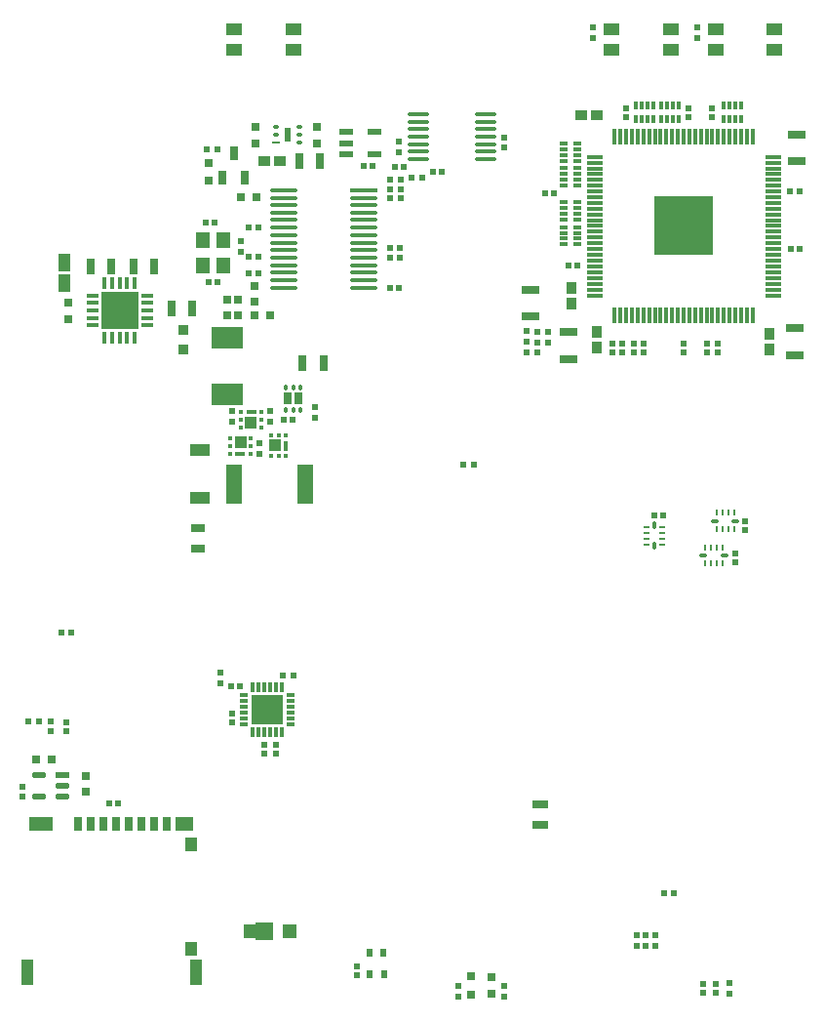
<source format=gbp>
%FSTAX23Y23*%
%MOIN*%
%SFA1B1*%

%IPPOS*%
%AMD26*
4,1,8,0.008300,0.009800,-0.008300,0.009800,-0.010800,0.007300,-0.010800,-0.007300,-0.008300,-0.009800,0.008300,-0.009800,0.010800,-0.007300,0.010800,0.007300,0.008300,0.009800,0.0*
1,1,0.005000,0.008300,0.007300*
1,1,0.005000,-0.008300,0.007300*
1,1,0.005000,-0.008300,-0.007300*
1,1,0.005000,0.008300,-0.007300*
%
%AMD36*
4,1,8,0.013000,-0.011600,0.013000,0.011600,0.009700,0.014900,-0.009700,0.014900,-0.013000,0.011600,-0.013000,-0.011600,-0.009700,-0.014900,0.009700,-0.014900,0.013000,-0.011600,0.0*
1,1,0.006600,0.009700,-0.011600*
1,1,0.006600,0.009700,0.011600*
1,1,0.006600,-0.009700,0.011600*
1,1,0.006600,-0.009700,-0.011600*
%
%AMD37*
4,1,8,-0.014900,0.021900,-0.014900,-0.021900,-0.011200,-0.025600,0.011200,-0.025600,0.014900,-0.021900,0.014900,0.021900,0.011200,0.025600,-0.011200,0.025600,-0.014900,0.021900,0.0*
1,1,0.007400,-0.011200,0.021900*
1,1,0.007400,-0.011200,-0.021900*
1,1,0.007400,0.011200,-0.021900*
1,1,0.007400,0.011200,0.021900*
%
%AMD38*
4,1,8,0.011600,0.013000,-0.011600,0.013000,-0.014900,0.009700,-0.014900,-0.009700,-0.011600,-0.013000,0.011600,-0.013000,0.014900,-0.009700,0.014900,0.009700,0.011600,0.013000,0.0*
1,1,0.006600,0.011600,0.009700*
1,1,0.006600,-0.011600,0.009700*
1,1,0.006600,-0.011600,-0.009700*
1,1,0.006600,0.011600,-0.009700*
%
%AMD65*
4,1,8,-0.021900,-0.014900,0.021900,-0.014900,0.025600,-0.011200,0.025600,0.011200,0.021900,0.014900,-0.021900,0.014900,-0.025600,0.011200,-0.025600,-0.011200,-0.021900,-0.014900,0.0*
1,1,0.007400,-0.021900,-0.011200*
1,1,0.007400,0.021900,-0.011200*
1,1,0.007400,0.021900,0.011200*
1,1,0.007400,-0.021900,0.011200*
%
%AMD70*
4,1,8,0.009800,-0.008300,0.009800,0.008300,0.007300,0.010800,-0.007300,0.010800,-0.009800,0.008300,-0.009800,-0.008300,-0.007300,-0.010800,0.007300,-0.010800,0.009800,-0.008300,0.0*
1,1,0.005000,0.007300,-0.008300*
1,1,0.005000,0.007300,0.008300*
1,1,0.005000,-0.007300,0.008300*
1,1,0.005000,-0.007300,-0.008300*
%
%AMD86*
4,1,8,0.011800,-0.004000,0.011800,0.004000,0.009900,0.005900,-0.009900,0.005900,-0.011800,0.004000,-0.011800,-0.004000,-0.009900,-0.005900,0.009900,-0.005900,0.011800,-0.004000,0.0*
1,1,0.003800,0.009900,-0.004000*
1,1,0.003800,0.009900,0.004000*
1,1,0.003800,-0.009900,0.004000*
1,1,0.003800,-0.009900,-0.004000*
%
%AMD87*
4,1,8,0.001900,0.010800,-0.001900,0.010800,-0.003900,0.008800,-0.003900,-0.008800,-0.001900,-0.010800,0.001900,-0.010800,0.003900,-0.008800,0.003900,0.008800,0.001900,0.010800,0.0*
1,1,0.004000,0.001900,0.008800*
1,1,0.004000,-0.001900,0.008800*
1,1,0.004000,-0.001900,-0.008800*
1,1,0.004000,0.001900,-0.008800*
%
%AMD228*
4,1,8,-0.038400,-0.007800,0.038400,-0.007800,0.046300,0.000000,0.046300,0.000000,0.038400,0.007800,-0.038400,0.007800,-0.046300,0.000000,-0.046300,0.000000,-0.038400,-0.007800,0.0*
1,1,0.015800,-0.038400,0.000000*
1,1,0.015800,0.038400,0.000000*
1,1,0.015800,0.038400,0.000000*
1,1,0.015800,-0.038400,0.000000*
%
%AMD261*
4,1,8,0.007100,0.005700,-0.007100,0.005700,-0.012900,0.000000,-0.012900,0.000000,-0.007100,-0.005700,0.007100,-0.005700,0.012900,0.000000,0.012900,0.000000,0.007100,0.005700,0.0*
1,1,0.011600,0.007100,0.000000*
1,1,0.011600,-0.007100,0.000000*
1,1,0.011600,-0.007100,0.000000*
1,1,0.011600,0.007100,0.000000*
%
%AMD265*
4,1,8,-0.004000,-0.011800,0.004000,-0.011800,0.005900,-0.009900,0.005900,0.009900,0.004000,0.011800,-0.004000,0.011800,-0.005900,0.009900,-0.005900,-0.009900,-0.004000,-0.011800,0.0*
1,1,0.003800,-0.004000,-0.009900*
1,1,0.003800,0.004000,-0.009900*
1,1,0.003800,0.004000,0.009900*
1,1,0.003800,-0.004000,0.009900*
%
%AMD267*
4,1,8,0.004000,0.008800,-0.004000,0.008800,-0.005900,0.006900,-0.005900,-0.006900,-0.004000,-0.008800,0.004000,-0.008800,0.005900,-0.006900,0.005900,0.006900,0.004000,0.008800,0.0*
1,1,0.003800,0.004000,0.006900*
1,1,0.003800,-0.004000,0.006900*
1,1,0.003800,-0.004000,-0.006900*
1,1,0.003800,0.004000,-0.006900*
%
%AMD270*
4,1,8,-0.010800,0.001900,-0.010800,-0.001900,-0.008800,-0.003900,0.008800,-0.003900,0.010800,-0.001900,0.010800,0.001900,0.008800,0.003900,-0.008800,0.003900,-0.010800,0.001900,0.0*
1,1,0.004000,-0.008800,0.001900*
1,1,0.004000,-0.008800,-0.001900*
1,1,0.004000,0.008800,-0.001900*
1,1,0.004000,0.008800,0.001900*
%
%AMD278*
4,1,8,-0.012400,-0.011600,0.012400,-0.011600,0.024000,0.000000,0.024000,0.000000,0.012400,0.011600,-0.012400,0.011600,-0.024000,0.000000,-0.024000,0.000000,-0.012400,-0.011600,0.0*
1,1,0.023200,-0.012400,0.000000*
1,1,0.023200,0.012400,0.000000*
1,1,0.023200,0.012400,0.000000*
1,1,0.023200,-0.012400,0.000000*
%
%AMD333*
4,1,8,-0.013800,0.017800,-0.013800,-0.017800,-0.011900,-0.019700,0.011900,-0.019700,0.013800,-0.017800,0.013800,0.017800,0.011900,0.019700,-0.011900,0.019700,-0.013800,0.017800,0.0*
1,1,0.003800,-0.011900,0.017800*
1,1,0.003800,-0.011900,-0.017800*
1,1,0.003800,0.011900,-0.017800*
1,1,0.003800,0.011900,0.017800*
%
G04~CAMADD=26~8~0.0~0.0~217.0~197.0~25.0~0.0~15~0.0~0.0~0.0~0.0~0~0.0~0.0~0.0~0.0~0~0.0~0.0~0.0~0.0~217.0~197.0*
%ADD26D26*%
%ADD30R,0.022800X0.021300*%
%ADD34R,0.021300X0.022800*%
G04~CAMADD=36~8~0.0~0.0~299.0~260.0~33.0~0.0~15~0.0~0.0~0.0~0.0~0~0.0~0.0~0.0~0.0~0~0.0~0.0~0.0~270.0~260.0~298.0*
%ADD36D36*%
G04~CAMADD=37~8~0.0~0.0~512.0~299.0~37.0~0.0~15~0.0~0.0~0.0~0.0~0~0.0~0.0~0.0~0.0~0~0.0~0.0~0.0~90.0~298.0~512.0*
%ADD37D37*%
G04~CAMADD=38~8~0.0~0.0~299.0~260.0~33.0~0.0~15~0.0~0.0~0.0~0.0~0~0.0~0.0~0.0~0.0~0~0.0~0.0~0.0~0.0~299.0~260.0*
%ADD38D38*%
G04~CAMADD=65~8~0.0~0.0~512.0~299.0~37.0~0.0~15~0.0~0.0~0.0~0.0~0~0.0~0.0~0.0~0.0~0~0.0~0.0~0.0~180.0~512.0~298.0*
%ADD65D65*%
%ADD66R,0.037700X0.043500*%
G04~CAMADD=70~8~0.0~0.0~217.0~197.0~25.0~0.0~15~0.0~0.0~0.0~0.0~0~0.0~0.0~0.0~0.0~0~0.0~0.0~0.0~270.0~196.0~216.0*
%ADD70D70*%
%ADD81R,0.047200X0.023600*%
%ADD85R,0.043500X0.037700*%
G04~CAMADD=86~8~0.0~0.0~118.0~236.0~19.0~0.0~15~0.0~0.0~0.0~0.0~0~0.0~0.0~0.0~0.0~0~0.0~0.0~0.0~270.0~236.0~118.0*
%ADD86D86*%
G04~CAMADD=87~8~0.0~0.0~79.0~217.0~20.0~0.0~15~0.0~0.0~0.0~0.0~0~0.0~0.0~0.0~0.0~0~0.0~0.0~0.0~0.0~79.0~217.0*
%ADD87D87*%
%ADD90R,0.033500X0.033500*%
%ADD226R,0.021300X0.022800*%
%ADD227R,0.022800X0.021300*%
G04~CAMADD=228~8~0.0~0.0~926.0~157.0~79.0~0.0~15~0.0~0.0~0.0~0.0~0~0.0~0.0~0.0~0.0~0~0.0~0.0~0.0~180.0~925.0~156.0*
%ADD228D228*%
%ADD229R,0.092600X0.015700*%
%ADD230R,0.051200X0.029900*%
%ADD231R,0.061000X0.025600*%
%ADD232R,0.037400X0.013800*%
%ADD233R,0.044300X0.041300*%
%ADD234R,0.011800X0.013800*%
%ADD235R,0.021700X0.019700*%
%ADD236R,0.013800X0.011800*%
%ADD237R,0.041300X0.044300*%
%ADD238R,0.013800X0.037400*%
%ADD239R,0.109800X0.075000*%
%ADD240R,0.039400X0.047200*%
%ADD241R,0.045300X0.047200*%
%ADD242R,0.061000X0.059100*%
%ADD243R,0.106300X0.102400*%
%ADD244R,0.013800X0.033500*%
%ADD245R,0.031500X0.013800*%
%ADD246R,0.057100X0.039400*%
%ADD247R,0.011800X0.058100*%
%ADD248R,0.058100X0.011800*%
%ADD249R,0.204700X0.204700*%
%ADD250R,0.031500X0.045700*%
%ADD251R,0.039400X0.086600*%
%ADD252R,0.078700X0.045700*%
%ADD253R,0.063000X0.045700*%
%ADD254R,0.041300X0.049200*%
%ADD255R,0.067700X0.044100*%
%ADD256R,0.041300X0.059100*%
%ADD257R,0.041300X0.013800*%
%ADD258R,0.013800X0.041300*%
%ADD259R,0.128000X0.128000*%
%ADD260R,0.047200X0.055100*%
G04~CAMADD=261~8~0.0~0.0~258.0~115.0~58.0~0.0~15~0.0~0.0~0.0~0.0~0~0.0~0.0~0.0~0.0~0~0.0~0.0~0.0~0.0~258.0~115.0*
%ADD261D261*%
%ADD262O,0.078700X0.013800*%
%ADD263R,0.019700X0.029500*%
%ADD264R,0.025800X0.011500*%
G04~CAMADD=265~8~0.0~0.0~118.0~236.0~19.0~0.0~15~0.0~0.0~0.0~0.0~0~0.0~0.0~0.0~0.0~0~0.0~0.0~0.0~180.0~118.0~236.0*
%ADD265D265*%
%ADD266R,0.031500X0.031500*%
G04~CAMADD=267~8~0.0~0.0~118.0~177.0~19.0~0.0~15~0.0~0.0~0.0~0.0~0~0.0~0.0~0.0~0.0~0~0.0~0.0~0.0~0.0~118.0~177.0*
%ADD267D267*%
%ADD268R,0.025600X0.011800*%
%ADD269R,0.011800X0.025600*%
G04~CAMADD=270~8~0.0~0.0~79.0~217.0~20.0~0.0~15~0.0~0.0~0.0~0.0~0~0.0~0.0~0.0~0.0~0~0.0~0.0~0.0~90.0~216.0~78.0*
%ADD270D270*%
%ADD273R,0.025600X0.047200*%
%ADD274R,0.057100X0.137800*%
%ADD275R,0.023600X0.029500*%
%ADD276R,0.028200X0.026500*%
%ADD277R,0.048000X0.023200*%
G04~CAMADD=278~8~0.0~0.0~480.0~232.0~116.0~0.0~15~0.0~0.0~0.0~0.0~0~0.0~0.0~0.0~0.0~0~0.0~0.0~0.0~180.0~480.0~232.0*
%ADD278D278*%
G04~CAMADD=333~8~0.0~0.0~394.0~276.0~19.0~0.0~15~0.0~0.0~0.0~0.0~0~0.0~0.0~0.0~0.0~0~0.0~0.0~0.0~90.0~276.0~394.0*
%ADD333D333*%
%ADD334R,0.024200X0.047900*%
%LNmain_board-1*%
%LPD*%
G54D26*
X03731Y04077D03*
Y04042D03*
X03119Y02229D03*
Y02264D03*
X04167Y03394D03*
Y0343D03*
X04543Y01332D03*
Y01368D03*
X02538Y02064D03*
Y02099D03*
X04606Y01332D03*
Y01368D03*
X04574Y01332D03*
Y01368D03*
X04858Y01204D03*
Y01169D03*
X03189Y03701D03*
Y03737D03*
X04748Y04433D03*
X02444Y01876D03*
X03288Y03158D03*
Y03123D03*
X03933Y01194D03*
X04748Y04468D03*
X0409Y01194D03*
X02444Y0184D03*
X03933Y01159D03*
X0409D03*
X04393Y04468D03*
Y04433D03*
G54D30*
X03846Y03976D03*
X03877D03*
X03156Y02218D03*
X03187D03*
X031Y03801D03*
X03069D03*
X03641Y03995D03*
X04602Y02802D03*
X03701Y0368D03*
X03248Y03786D03*
Y03684D03*
Y03628D03*
X0507Y03712D03*
X05098Y03909D03*
X05101Y03712D03*
X04633Y02802D03*
X04229Y039D03*
X0361Y03995D03*
X03217Y03786D03*
Y03684D03*
X03732Y0368D03*
X03731Y03577D03*
X03217Y03628D03*
X03335Y03129D03*
X03109Y03597D03*
X0274Y01818D03*
X03366Y03129D03*
X037Y03577D03*
X05067Y03909D03*
X04259Y039D03*
X03079Y03597D03*
X0277Y01818D03*
G54D34*
X03161Y02094D03*
Y02125D03*
X0477Y01171D03*
Y01202D03*
X04814Y01201D03*
Y0117D03*
X04913Y02783D03*
X04881Y0267D03*
X03309Y02018D03*
X0409Y04059D03*
X04818Y03389D03*
X04565Y03389D03*
X04702Y03389D03*
X04783D03*
X04718Y04162D03*
X04799Y04193D03*
X04783Y03358D03*
X04718Y04193D03*
X04702Y03358D03*
X04565Y03358D03*
X04818Y03358D03*
X04913Y02752D03*
X04881Y0264D03*
X04507Y04193D03*
X0409Y0409D03*
X04533Y03358D03*
X03269Y01989D03*
X03586Y01263D03*
X03309Y01988D03*
X03269Y02019D03*
X04799Y04162D03*
X04507D03*
X04533Y03389D03*
X03586Y01232D03*
G54D36*
X03244Y03888D03*
X03189D03*
X03291Y03484D03*
X03236D03*
X02543Y01968D03*
X02488D03*
G54D37*
X02952Y03507D03*
X03023D03*
X02822Y03653D03*
X02893D03*
X02747D03*
X02677D03*
X03401Y03322D03*
X03389Y0401D03*
X0346D03*
X03472Y03322D03*
G54D38*
X02598Y03527D03*
Y03472D03*
X03241Y04073D03*
X03448D03*
Y04128D03*
X03241D03*
X02661Y01858D03*
X03236Y03531D03*
Y03586D03*
X02661Y01913D03*
G54D65*
X04212Y01815D03*
Y01744D03*
G54D66*
X04407Y03427D03*
Y03374D03*
X04996Y03369D03*
X0432Y03525D03*
X04996Y03422D03*
X0432Y03578D03*
G54D70*
X03809Y03956D03*
X03773D03*
X04238Y03429D03*
X04202D03*
X04167Y03359D03*
X04202D03*
X04238Y03393D03*
X04202D03*
X04635Y01511D03*
X04671D03*
X03736Y03947D03*
X037D03*
X03736Y03916D03*
X037D03*
X02498Y02099D03*
X02462D03*
X02611Y02402D03*
X02575D03*
X03369Y02256D03*
X03333D03*
X0395Y02974D03*
X03698Y03715D03*
X037Y03884D03*
X03736D03*
X03734Y03715D03*
X03986Y02974D03*
X03072Y04051D03*
X03108D03*
G54D81*
X03647Y04036D03*
X03549D03*
Y04073D03*
Y04111D03*
X03647D03*
G54D85*
X04353Y04168D03*
X04406D03*
X03324Y0401D03*
X03271D03*
G54D86*
X04771Y02665D03*
X04842D03*
X04811Y02783D03*
X04881D03*
G54D87*
X04836Y02691D03*
Y02638D03*
X04816D03*
X04797D03*
X04777D03*
Y02691D03*
X04816D03*
X04797D03*
X04836Y02756D03*
X04816D03*
X04876Y0281D03*
X04856Y02756D03*
X04876D03*
X04816Y0281D03*
X04856D03*
X04836D03*
G54D90*
X02992Y03367D03*
Y03436D03*
G54D226*
X02592Y02096D03*
Y02065D03*
X04494Y03389D03*
Y03358D03*
X04461Y03388D03*
Y03358D03*
G54D227*
X03747Y03992D03*
X03716D03*
X04308Y03654D03*
X04338D03*
G54D228*
X03336Y03707D03*
Y03733D03*
X0361Y03758D03*
Y03784D03*
X03336Y03912D03*
X0361Y03579D03*
X03336D03*
Y03605D03*
Y03656D03*
X0361D03*
X03336Y03758D03*
Y03861D03*
X0361Y03835D03*
X03336Y03784D03*
Y03682D03*
Y0363D03*
X0361Y03682D03*
Y03886D03*
Y03707D03*
X03336Y03886D03*
X0361Y03733D03*
Y03861D03*
X03336Y03835D03*
Y0381D03*
X0361Y03605D03*
Y0363D03*
Y0381D03*
G54D229*
X0361Y03912D03*
G54D230*
X03042Y02758D03*
Y02688D03*
G54D231*
X05089Y04102D03*
Y04011D03*
X0418Y03573D03*
Y03483D03*
X04309Y03336D03*
Y03427D03*
X05084Y0344D03*
Y03349D03*
G54D232*
X03225Y03154D03*
X03187Y03013D03*
G54D233*
X03223Y03117D03*
X03189Y03051D03*
G54D234*
X03258Y03103D03*
Y03128D03*
Y03154D03*
X03189D03*
Y03128D03*
Y03103D03*
X03223Y03065D03*
Y03039D03*
Y03013D03*
X03154D03*
Y03039D03*
Y03065D03*
G54D235*
X03442Y0317D03*
Y03134D03*
X03253Y03047D03*
Y03011D03*
X03159Y03122D03*
Y03157D03*
G54D236*
X03293Y03075D03*
X03318D03*
X03344D03*
Y03006D03*
X03318D03*
X03293D03*
G54D237*
X03307Y03041D03*
G54D238*
X03344Y03039D03*
G54D239*
X03144Y03216D03*
Y03407D03*
G54D240*
X0322Y0138D03*
G54D241*
X03355Y0138D03*
G54D242*
X0327Y0138D03*
G54D243*
X03279Y02137D03*
G54D244*
X03328Y02215D03*
X03309D03*
X03289D03*
X03269D03*
X0325D03*
X0323D03*
Y0206D03*
X0325D03*
X03269D03*
X03289D03*
X03309D03*
X03328D03*
G54D245*
X032Y02187D03*
Y02167D03*
Y02147D03*
Y02128D03*
Y02108D03*
Y02088D03*
X03358D03*
Y02108D03*
Y02128D03*
Y02147D03*
Y02167D03*
Y02187D03*
G54D246*
X05014Y0446D03*
Y04393D03*
X04812Y0446D03*
Y04393D03*
X04457D03*
Y0446D03*
X0466Y04393D03*
Y0446D03*
X03166Y04393D03*
Y0446D03*
X03369Y04393D03*
Y0446D03*
G54D247*
X04467Y03485D03*
X04486D03*
X04506D03*
X04526D03*
X04545D03*
X04565D03*
X04585D03*
X04605D03*
X04624D03*
X04644D03*
X04664D03*
X04683D03*
X04703D03*
X04723D03*
X04742D03*
X04762D03*
X04782D03*
X04801D03*
X04821D03*
X04841D03*
X0486D03*
X0488D03*
X049D03*
X04919D03*
X04939D03*
Y04094D03*
X04919D03*
X049D03*
X0488D03*
X0486D03*
X04841D03*
X04821D03*
X04801D03*
X04782D03*
X04762D03*
X04742D03*
X04723D03*
X04703D03*
X04683D03*
X04664D03*
X04644D03*
X04624D03*
X04605D03*
X04585D03*
X04565D03*
X04545D03*
X04526D03*
X04506D03*
X04486D03*
X04467D03*
G54D248*
X05008Y03553D03*
Y03573D03*
Y03593D03*
Y03612D03*
Y03632D03*
Y03652D03*
Y03672D03*
Y03691D03*
Y03711D03*
Y03731D03*
Y0375D03*
Y0377D03*
Y0379D03*
Y03809D03*
Y03829D03*
Y03849D03*
Y03868D03*
Y03888D03*
Y03908D03*
Y03927D03*
Y03947D03*
Y03967D03*
Y03986D03*
Y04006D03*
Y04026D03*
X04398D03*
Y04006D03*
Y03986D03*
Y03967D03*
Y03947D03*
Y03927D03*
Y03908D03*
Y03888D03*
Y03868D03*
Y03849D03*
Y03829D03*
Y03809D03*
Y0379D03*
Y0377D03*
Y0375D03*
Y03731D03*
Y03711D03*
Y03691D03*
Y03672D03*
Y03652D03*
Y03632D03*
Y03612D03*
Y03593D03*
Y03573D03*
Y03553D03*
G54D249*
X04703Y0379D03*
G54D250*
X02763Y01748D03*
X02677D03*
X02633D03*
X02937D03*
X02893D03*
X0272D03*
X02807D03*
X0285D03*
G54D251*
X0246Y0124D03*
X03035D03*
G54D252*
X02506Y01748D03*
G54D253*
X02997Y01748D03*
G54D254*
X03018Y01679D03*
Y0132D03*
G54D255*
X0305Y02862D03*
Y03025D03*
G54D256*
X02586Y03665D03*
Y03594D03*
G54D257*
X02868Y03553D03*
Y03527D03*
Y03502D03*
Y03476D03*
Y0345D03*
X02683D03*
Y03476D03*
Y03502D03*
Y03527D03*
Y03553D03*
G54D258*
X02826Y03409D03*
X02801D03*
X02775D03*
X0275D03*
X02724D03*
Y03594D03*
X0275D03*
X02775D03*
X02801D03*
X02826D03*
G54D259*
X02775Y03502D03*
G54D260*
X03061Y03656D03*
X03128Y03743D03*
X03061D03*
X03128Y03656D03*
G54D261*
X03309Y04101D03*
X0339D03*
Y04127D03*
Y04075D03*
X03309Y04127D03*
G54D262*
X03797Y04069D03*
Y04095D03*
Y04121D03*
Y04146D03*
X04025Y04044D03*
Y04018D03*
X03797D03*
X04025Y04095D03*
Y04172D03*
Y04069D03*
X03797Y04172D03*
X04025Y04121D03*
Y04146D03*
X03797Y04044D03*
G54D263*
X03628Y01307D03*
X03679Y01234D03*
X03628D03*
G54D264*
X03309Y04075D03*
G54D265*
X04604Y02768D03*
Y02697D03*
G54D266*
X04047Y01226D03*
X03976Y01229D03*
X03078Y04005D03*
Y03946D03*
X03976Y01164D03*
X04047Y01167D03*
G54D267*
X03393Y03239D03*
X03342Y03162D03*
X03368D03*
X03342Y03239D03*
X03368D03*
X03393Y03162D03*
G54D268*
X04293Y03727D03*
Y03747D03*
Y03766D03*
Y03786D03*
Y03813D03*
Y03832D03*
Y03852D03*
Y03872D03*
Y03928D03*
Y03947D03*
Y03967D03*
Y03987D03*
Y04013D03*
Y04033D03*
Y04053D03*
Y04072D03*
X04338Y03786D03*
Y03766D03*
Y03747D03*
Y03727D03*
Y03872D03*
Y03852D03*
Y03832D03*
Y03813D03*
Y03928D03*
Y04072D03*
Y04053D03*
Y04033D03*
Y04013D03*
Y03947D03*
Y03967D03*
Y03987D03*
G54D269*
X0486Y042D03*
X04899D03*
X046Y04155D03*
X0458D03*
X04561D03*
X04541D03*
X04686D03*
X04666D03*
X04646D03*
X04627D03*
X04899D03*
X04879D03*
X0486D03*
X0484D03*
Y042D03*
X04541D03*
X046D03*
X04627D03*
X04646D03*
X04666D03*
X04686D03*
X04879D03*
X04561D03*
X0458D03*
G54D270*
X04577Y02723D03*
Y02743D03*
Y02703D03*
X0463Y02743D03*
Y02762D03*
Y02703D03*
Y02723D03*
X04577Y02762D03*
G54D273*
X03165Y04037D03*
X03127Y03954D03*
X03203D03*
G54D274*
X03165Y02909D03*
X03409D03*
G54D275*
X03677Y01307D03*
G54D276*
X03181Y03539D03*
Y03484D03*
X03143Y03539D03*
Y03484D03*
G54D277*
X0258Y01914D03*
G54D278*
X02498Y01841D03*
X0258Y01878D03*
X02498Y01914D03*
X0258Y01841D03*
G54D333*
X03385Y032D03*
X0335D03*
G54D334*
X0335Y04101D03*
M02*
</source>
